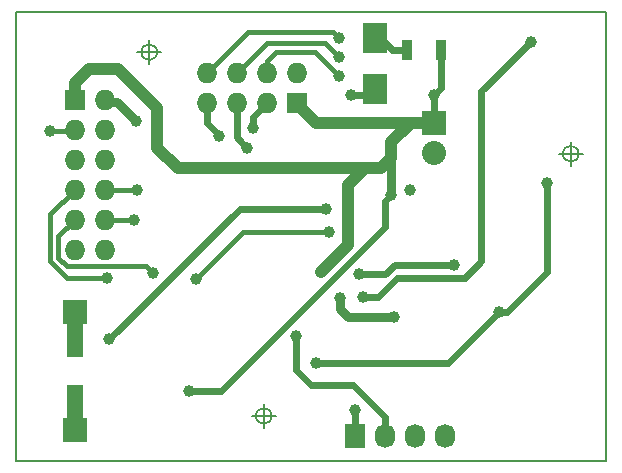
<source format=gbr>
G04 #@! TF.FileFunction,Copper,L2,Bot,Signal*
%FSLAX46Y46*%
G04 Gerber Fmt 4.6, Leading zero omitted, Abs format (unit mm)*
G04 Created by KiCad (PCBNEW 4.0.0-2.201512091501+6195~38~ubuntu15.10.1-stable) date do 17 dec 2015 22:41:39 CET*
%MOMM*%
G01*
G04 APERTURE LIST*
%ADD10C,0.100000*%
%ADD11C,0.150000*%
%ADD12R,1.727200X1.727200*%
%ADD13O,1.727200X1.727200*%
%ADD14R,2.000000X2.500000*%
%ADD15R,1.727200X2.032000*%
%ADD16O,1.727200X2.032000*%
%ADD17R,2.032000X2.032000*%
%ADD18O,2.032000X2.032000*%
%ADD19R,0.900000X1.700000*%
%ADD20R,1.399540X2.999740*%
%ADD21R,1.998980X1.998980*%
%ADD22C,1.000000*%
%ADD23C,0.600000*%
%ADD24C,0.800000*%
%ADD25C,1.000000*%
%ADD26C,0.400000*%
G04 APERTURE END LIST*
D10*
D11*
X124666666Y-69000000D02*
G75*
G03X124666666Y-69000000I-666666J0D01*
G01*
X123000000Y-69000000D02*
X125000000Y-69000000D01*
X124000000Y-68000000D02*
X124000000Y-70000000D01*
X88966666Y-60400000D02*
G75*
G03X88966666Y-60400000I-666666J0D01*
G01*
X87300000Y-60400000D02*
X89300000Y-60400000D01*
X88300000Y-59400000D02*
X88300000Y-61400000D01*
X98666666Y-91200000D02*
G75*
G03X98666666Y-91200000I-666666J0D01*
G01*
X97000000Y-91200000D02*
X99000000Y-91200000D01*
X98000000Y-90200000D02*
X98000000Y-92200000D01*
X77000000Y-95000000D02*
X77000000Y-57000000D01*
X127000000Y-95000000D02*
X77000000Y-95000000D01*
X127000000Y-57000000D02*
X127000000Y-95000000D01*
X77000000Y-57000000D02*
X127000000Y-57000000D01*
D12*
X100780000Y-64740000D03*
D13*
X100780000Y-62200000D03*
X98240000Y-64740000D03*
X98240000Y-62200000D03*
X95700000Y-64740000D03*
X95700000Y-62200000D03*
X93160000Y-64740000D03*
X93160000Y-62200000D03*
D14*
X107400000Y-63500000D03*
X107400000Y-59200000D03*
D15*
X105700000Y-92900000D03*
D16*
X108240000Y-92900000D03*
X110780000Y-92900000D03*
X113320000Y-92900000D03*
D17*
X112450000Y-66400000D03*
D18*
X112450000Y-68940000D03*
D19*
X113050000Y-60200000D03*
X110150000Y-60200000D03*
D20*
X81980000Y-84799040D03*
X81980000Y-90000960D03*
D21*
X81980000Y-82398740D03*
X81980000Y-92401260D03*
D12*
X81980000Y-64430000D03*
D13*
X84520000Y-64430000D03*
X81980000Y-66970000D03*
X84520000Y-66970000D03*
X81980000Y-69510000D03*
X84520000Y-69510000D03*
X81980000Y-72050000D03*
X84520000Y-72050000D03*
X81980000Y-74590000D03*
X84520000Y-74590000D03*
X81980000Y-77130000D03*
X84520000Y-77130000D03*
D22*
X102400000Y-86700000D03*
X122000000Y-71500000D03*
X117926091Y-82370428D03*
X109000000Y-82850000D03*
X104450000Y-81200000D03*
X87200000Y-66200000D03*
X110400000Y-72100000D03*
X103533548Y-75650000D03*
X92300000Y-79600000D03*
X88600000Y-79100000D03*
X105361890Y-64017668D03*
X103308012Y-73649979D03*
X84900000Y-84700000D03*
X100702832Y-84402832D03*
X104399998Y-60800000D03*
X104400006Y-59200000D03*
X96600000Y-68499992D03*
X97100000Y-66800000D03*
X104361870Y-62418909D03*
X106100000Y-79200000D03*
X114100000Y-78399980D03*
X87300000Y-72100000D03*
X87000000Y-74600000D03*
X84700000Y-79493621D03*
X79900000Y-67100000D03*
X94200000Y-67500000D03*
X105700000Y-90700000D03*
X120600000Y-59500000D03*
X106400000Y-81100000D03*
X89000000Y-68500000D03*
X102868478Y-78982720D03*
X112450000Y-64055051D03*
X91700000Y-89100000D03*
X108800000Y-72500000D03*
D23*
X117926091Y-82370428D02*
X113596519Y-86700000D01*
X113596519Y-86700000D02*
X102400000Y-86700000D01*
X118633197Y-82370428D02*
X117926091Y-82370428D01*
X122000000Y-71500000D02*
X122000000Y-79003625D01*
X122000000Y-79003625D02*
X118633197Y-82370428D01*
D24*
X104450000Y-82150000D02*
X105150000Y-82850000D01*
X105150000Y-82850000D02*
X109000000Y-82850000D01*
X104450000Y-81200000D02*
X104450000Y-82150000D01*
X85600000Y-64600000D02*
X84690000Y-64600000D01*
X84690000Y-64600000D02*
X84520000Y-64430000D01*
X87200000Y-66200000D02*
X85600000Y-64600000D01*
D25*
X81980000Y-90000960D02*
X81980000Y-92401260D01*
D26*
X81980000Y-91001770D02*
X81980000Y-92401260D01*
X92300000Y-79600000D02*
X96250000Y-75650000D01*
X96250000Y-75650000D02*
X103533548Y-75650000D01*
X87993601Y-78493601D02*
X88100001Y-78600001D01*
X88100001Y-78600001D02*
X88600000Y-79100000D01*
X80616399Y-75953601D02*
X80616399Y-77784529D01*
X81980000Y-74590000D02*
X80616399Y-75953601D01*
X80616399Y-77784529D02*
X81325471Y-78493601D01*
X81325471Y-78493601D02*
X87993601Y-78493601D01*
D23*
X107382332Y-64017668D02*
X106068996Y-64017668D01*
X106068996Y-64017668D02*
X105361890Y-64017668D01*
X107400000Y-64000000D02*
X107382332Y-64017668D01*
X110150000Y-60200000D02*
X108900000Y-60200000D01*
X108900000Y-60200000D02*
X107400000Y-58700000D01*
D25*
X81980000Y-84799040D02*
X81980000Y-82398740D01*
D23*
X84900000Y-84700000D02*
X95950021Y-73649979D01*
X95950021Y-73649979D02*
X102600906Y-73649979D01*
X102600906Y-73649979D02*
X103308012Y-73649979D01*
X100702832Y-87302832D02*
X100702832Y-85109938D01*
X102000000Y-88600000D02*
X100702832Y-87302832D01*
X105556000Y-88600000D02*
X102000000Y-88600000D01*
X108240000Y-91284000D02*
X105556000Y-88600000D01*
X100702832Y-85109938D02*
X100702832Y-84402832D01*
X108240000Y-92900000D02*
X108240000Y-91284000D01*
D26*
X95700000Y-62200000D02*
X98299988Y-59600012D01*
X98299988Y-59600012D02*
X103200010Y-59600012D01*
X103200010Y-59600012D02*
X103899999Y-60300001D01*
X103899999Y-60300001D02*
X104399998Y-60800000D01*
X103900007Y-58700001D02*
X104400006Y-59200000D01*
X96660000Y-58700000D02*
X103900007Y-58700001D01*
X93160000Y-62200000D02*
X96660000Y-58700000D01*
D23*
X95700000Y-64740000D02*
X95700000Y-67599992D01*
X95700000Y-67599992D02*
X96100001Y-67999993D01*
X96100001Y-67999993D02*
X96600000Y-68499992D01*
X97100000Y-65880000D02*
X97100000Y-66092894D01*
X97100000Y-66092894D02*
X97100000Y-66800000D01*
X98240000Y-64740000D02*
X97100000Y-65880000D01*
D26*
X98240000Y-62200000D02*
X98240000Y-61160000D01*
X98240000Y-61160000D02*
X99000000Y-60400000D01*
X99000000Y-60400000D02*
X102342961Y-60400000D01*
X102342961Y-60400000D02*
X104361870Y-62418909D01*
D23*
X106100000Y-79200000D02*
X108300000Y-79200000D01*
X108300000Y-79200000D02*
X109100020Y-78399980D01*
X109100020Y-78399980D02*
X113392894Y-78399980D01*
X113392894Y-78399980D02*
X114100000Y-78399980D01*
D26*
X87300000Y-72100000D02*
X84570000Y-72100000D01*
X84570000Y-72100000D02*
X84520000Y-72050000D01*
X87000000Y-74600000D02*
X84530000Y-74600000D01*
X84530000Y-74600000D02*
X84520000Y-74590000D01*
X81980000Y-72050000D02*
X79916389Y-74113611D01*
X81335528Y-79493621D02*
X83992894Y-79493621D01*
X79916389Y-78074482D02*
X81335528Y-79493621D01*
X79916389Y-74113611D02*
X79916389Y-78074482D01*
X83992894Y-79493621D02*
X84700000Y-79493621D01*
X79900000Y-67100000D02*
X81850000Y-67100000D01*
X81850000Y-67100000D02*
X81980000Y-66970000D01*
D23*
X94200000Y-67500000D02*
X94200000Y-67400000D01*
X94200000Y-67400000D02*
X93160000Y-66360000D01*
X93160000Y-66360000D02*
X93160000Y-64740000D01*
X105700000Y-90700000D02*
X105700000Y-92900000D01*
X106400000Y-81100000D02*
X107672806Y-81100000D01*
X107672806Y-81100000D02*
X109272797Y-79500009D01*
X114999991Y-79500009D02*
X116400000Y-78100000D01*
X109272797Y-79500009D02*
X114999991Y-79500009D01*
X116400000Y-78100000D02*
X116400000Y-63700000D01*
X116400000Y-63700000D02*
X120600000Y-59500000D01*
X91700000Y-89100000D02*
X94400000Y-89100000D01*
X94400000Y-89100000D02*
X108300001Y-75199999D01*
X108300001Y-75199999D02*
X108300001Y-72999999D01*
X108300001Y-72999999D02*
X108800000Y-72500000D01*
D25*
X106600000Y-70200000D02*
X90700000Y-70200000D01*
X90700000Y-70200000D02*
X89000000Y-68500000D01*
X89000000Y-65100000D02*
X85700000Y-61800000D01*
X89000000Y-68500000D02*
X89000000Y-65100000D01*
X85700000Y-61800000D02*
X83200000Y-61800000D01*
X83200000Y-61800000D02*
X81980000Y-63020000D01*
X81980000Y-63020000D02*
X81980000Y-64430000D01*
X102400000Y-66400000D02*
X100700000Y-64700000D01*
X112450000Y-66400000D02*
X102400000Y-66400000D01*
X110434000Y-66400000D02*
X112450000Y-66400000D01*
D23*
X113050000Y-60200000D02*
X113050000Y-63455051D01*
X113050000Y-63455051D02*
X112450000Y-64055051D01*
X112450000Y-64055051D02*
X112450000Y-66400000D01*
D25*
X102868478Y-78982720D02*
X105156018Y-76695180D01*
X105156018Y-76695180D02*
X105156018Y-71643982D01*
X108800000Y-68034000D02*
X110434000Y-66400000D01*
X105156018Y-71643982D02*
X106600000Y-70200000D01*
X106600000Y-70200000D02*
X107934000Y-70200000D01*
X108800000Y-69334000D02*
X108800000Y-68034000D01*
X107934000Y-70200000D02*
X108800000Y-69334000D01*
D24*
X108800000Y-69334000D02*
X108800000Y-72500000D01*
M02*

</source>
